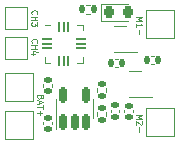
<source format=gbr>
%TF.GenerationSoftware,KiCad,Pcbnew,7.0.1*%
%TF.CreationDate,2023-03-31T16:52:12+01:00*%
%TF.ProjectId,QuectoDrive,51756563-746f-4447-9269-76652e6b6963,rev?*%
%TF.SameCoordinates,Original*%
%TF.FileFunction,Legend,Top*%
%TF.FilePolarity,Positive*%
%FSLAX46Y46*%
G04 Gerber Fmt 4.6, Leading zero omitted, Abs format (unit mm)*
G04 Created by KiCad (PCBNEW 7.0.1) date 2023-03-31 16:52:12*
%MOMM*%
%LPD*%
G01*
G04 APERTURE LIST*
G04 Aperture macros list*
%AMRoundRect*
0 Rectangle with rounded corners*
0 $1 Rounding radius*
0 $2 $3 $4 $5 $6 $7 $8 $9 X,Y pos of 4 corners*
0 Add a 4 corners polygon primitive as box body*
4,1,4,$2,$3,$4,$5,$6,$7,$8,$9,$2,$3,0*
0 Add four circle primitives for the rounded corners*
1,1,$1+$1,$2,$3*
1,1,$1+$1,$4,$5*
1,1,$1+$1,$6,$7*
1,1,$1+$1,$8,$9*
0 Add four rect primitives between the rounded corners*
20,1,$1+$1,$2,$3,$4,$5,0*
20,1,$1+$1,$4,$5,$6,$7,0*
20,1,$1+$1,$6,$7,$8,$9,0*
20,1,$1+$1,$8,$9,$2,$3,0*%
%AMFreePoly0*
4,1,14,0.085355,0.385355,0.100000,0.350000,0.100000,-0.350000,0.085355,-0.385355,0.050000,-0.400000,0.000711,-0.400000,-0.034644,-0.385355,-0.085355,-0.334644,-0.100000,-0.299289,-0.100000,0.350000,-0.085355,0.385355,-0.050000,0.400000,0.050000,0.400000,0.085355,0.385355,0.085355,0.385355,$1*%
%AMFreePoly1*
4,1,14,0.085355,0.385355,0.100000,0.350000,0.100000,-0.299289,0.085355,-0.334644,0.034644,-0.385355,-0.000711,-0.400000,-0.050000,-0.400000,-0.085355,-0.385355,-0.100000,-0.350000,-0.100000,0.350000,-0.085355,0.385355,-0.050000,0.400000,0.050000,0.400000,0.085355,0.385355,0.085355,0.385355,$1*%
%AMFreePoly2*
4,1,14,0.385355,0.085355,0.400000,0.050000,0.400000,-0.050000,0.385355,-0.085355,0.350000,-0.100000,-0.350000,-0.100000,-0.385355,-0.085355,-0.400000,-0.050000,-0.400000,-0.000711,-0.385355,0.034644,-0.334643,0.085355,-0.299289,0.100000,0.350000,0.100000,0.385355,0.085355,0.385355,0.085355,$1*%
%AMFreePoly3*
4,1,14,0.385355,0.085355,0.400000,0.050000,0.400000,-0.050000,0.385355,-0.085355,0.350000,-0.100000,-0.299289,-0.100000,-0.334644,-0.085354,-0.385355,-0.034644,-0.400000,0.000711,-0.400000,0.050000,-0.385355,0.085355,-0.350000,0.100000,0.350000,0.100000,0.385355,0.085355,0.385355,0.085355,$1*%
%AMFreePoly4*
4,1,14,0.034644,0.385355,0.085355,0.334644,0.100000,0.299289,0.100000,-0.350000,0.085355,-0.385355,0.050000,-0.400000,-0.050000,-0.400000,-0.085355,-0.385355,-0.100000,-0.350000,-0.100000,0.350000,-0.085355,0.385355,-0.050000,0.400000,-0.000711,0.400000,0.034644,0.385355,0.034644,0.385355,$1*%
%AMFreePoly5*
4,1,14,0.085355,0.385355,0.100000,0.350000,0.100000,-0.350000,0.085355,-0.385355,0.050000,-0.400000,-0.050000,-0.400000,-0.085355,-0.385355,-0.100000,-0.350000,-0.100000,0.299289,-0.085355,0.334644,-0.034644,0.385355,0.000711,0.400000,0.050000,0.400000,0.085355,0.385355,0.085355,0.385355,$1*%
%AMFreePoly6*
4,1,14,0.385355,0.085355,0.400000,0.050000,0.400000,0.000711,0.385355,-0.034644,0.334644,-0.085355,0.299289,-0.100000,-0.350000,-0.100000,-0.385355,-0.085355,-0.400000,-0.050000,-0.400000,0.050000,-0.385355,0.085355,-0.350000,0.100000,0.350000,0.100000,0.385355,0.085355,0.385355,0.085355,$1*%
%AMFreePoly7*
4,1,14,0.334644,0.085355,0.385355,0.034644,0.400000,-0.000711,0.400000,-0.050000,0.385355,-0.085355,0.350000,-0.100000,-0.350000,-0.100000,-0.385355,-0.085355,-0.400000,-0.050000,-0.400000,0.050000,-0.385355,0.085355,-0.350000,0.100000,0.299289,0.100000,0.334644,0.085355,0.334644,0.085355,$1*%
G04 Aperture macros list end*
%ADD10C,0.100000*%
%ADD11C,0.120000*%
%ADD12R,1.700000X1.700000*%
%ADD13FreePoly0,0.000000*%
%ADD14RoundRect,0.050000X-0.050000X-0.350000X0.050000X-0.350000X0.050000X0.350000X-0.050000X0.350000X0*%
%ADD15FreePoly1,0.000000*%
%ADD16FreePoly2,0.000000*%
%ADD17RoundRect,0.050000X-0.350000X-0.050000X0.350000X-0.050000X0.350000X0.050000X-0.350000X0.050000X0*%
%ADD18FreePoly3,0.000000*%
%ADD19FreePoly4,0.000000*%
%ADD20FreePoly5,0.000000*%
%ADD21FreePoly6,0.000000*%
%ADD22FreePoly7,0.000000*%
%ADD23RoundRect,0.135000X0.185000X-0.135000X0.185000X0.135000X-0.185000X0.135000X-0.185000X-0.135000X0*%
%ADD24R,2.000000X2.000000*%
%ADD25R,1.500000X1.500000*%
%ADD26RoundRect,0.140000X0.170000X-0.140000X0.170000X0.140000X-0.170000X0.140000X-0.170000X-0.140000X0*%
%ADD27RoundRect,0.140000X-0.170000X0.140000X-0.170000X-0.140000X0.170000X-0.140000X0.170000X0.140000X0*%
%ADD28RoundRect,0.135000X-0.135000X-0.185000X0.135000X-0.185000X0.135000X0.185000X-0.135000X0.185000X0*%
%ADD29RoundRect,0.218750X-0.218750X-0.256250X0.218750X-0.256250X0.218750X0.256250X-0.218750X0.256250X0*%
%ADD30RoundRect,0.140000X-0.140000X-0.170000X0.140000X-0.170000X0.140000X0.170000X-0.140000X0.170000X0*%
%ADD31R,0.500000X0.250000*%
%ADD32R,0.900000X1.600000*%
%ADD33RoundRect,0.150000X0.150000X-0.512500X0.150000X0.512500X-0.150000X0.512500X-0.150000X-0.512500X0*%
G04 APERTURE END LIST*
D10*
X92907309Y-81696761D02*
X92883500Y-81672952D01*
X92883500Y-81672952D02*
X92859690Y-81601523D01*
X92859690Y-81601523D02*
X92859690Y-81553904D01*
X92859690Y-81553904D02*
X92883500Y-81482476D01*
X92883500Y-81482476D02*
X92931119Y-81434857D01*
X92931119Y-81434857D02*
X92978738Y-81411047D01*
X92978738Y-81411047D02*
X93073976Y-81387238D01*
X93073976Y-81387238D02*
X93145404Y-81387238D01*
X93145404Y-81387238D02*
X93240642Y-81411047D01*
X93240642Y-81411047D02*
X93288261Y-81434857D01*
X93288261Y-81434857D02*
X93335880Y-81482476D01*
X93335880Y-81482476D02*
X93359690Y-81553904D01*
X93359690Y-81553904D02*
X93359690Y-81601523D01*
X93359690Y-81601523D02*
X93335880Y-81672952D01*
X93335880Y-81672952D02*
X93312071Y-81696761D01*
X92859690Y-81911047D02*
X93359690Y-81911047D01*
X93121595Y-81911047D02*
X93121595Y-82196761D01*
X92859690Y-82196761D02*
X93359690Y-82196761D01*
X93359690Y-82387238D02*
X93359690Y-82696762D01*
X93359690Y-82696762D02*
X93169214Y-82530095D01*
X93169214Y-82530095D02*
X93169214Y-82601524D01*
X93169214Y-82601524D02*
X93145404Y-82649143D01*
X93145404Y-82649143D02*
X93121595Y-82672952D01*
X93121595Y-82672952D02*
X93073976Y-82696762D01*
X93073976Y-82696762D02*
X92954928Y-82696762D01*
X92954928Y-82696762D02*
X92907309Y-82672952D01*
X92907309Y-82672952D02*
X92883500Y-82649143D01*
X92883500Y-82649143D02*
X92859690Y-82601524D01*
X92859690Y-82601524D02*
X92859690Y-82458667D01*
X92859690Y-82458667D02*
X92883500Y-82411048D01*
X92883500Y-82411048D02*
X92907309Y-82387238D01*
X92907309Y-84109761D02*
X92883500Y-84085952D01*
X92883500Y-84085952D02*
X92859690Y-84014523D01*
X92859690Y-84014523D02*
X92859690Y-83966904D01*
X92859690Y-83966904D02*
X92883500Y-83895476D01*
X92883500Y-83895476D02*
X92931119Y-83847857D01*
X92931119Y-83847857D02*
X92978738Y-83824047D01*
X92978738Y-83824047D02*
X93073976Y-83800238D01*
X93073976Y-83800238D02*
X93145404Y-83800238D01*
X93145404Y-83800238D02*
X93240642Y-83824047D01*
X93240642Y-83824047D02*
X93288261Y-83847857D01*
X93288261Y-83847857D02*
X93335880Y-83895476D01*
X93335880Y-83895476D02*
X93359690Y-83966904D01*
X93359690Y-83966904D02*
X93359690Y-84014523D01*
X93359690Y-84014523D02*
X93335880Y-84085952D01*
X93335880Y-84085952D02*
X93312071Y-84109761D01*
X92859690Y-84324047D02*
X93359690Y-84324047D01*
X93121595Y-84324047D02*
X93121595Y-84609761D01*
X92859690Y-84609761D02*
X93359690Y-84609761D01*
X93193023Y-85062143D02*
X92859690Y-85062143D01*
X93383500Y-84943095D02*
X93026357Y-84824048D01*
X93026357Y-84824048D02*
X93026357Y-85133571D01*
X101749690Y-90217714D02*
X102249690Y-90217714D01*
X102249690Y-90217714D02*
X101892547Y-90384381D01*
X101892547Y-90384381D02*
X102249690Y-90551047D01*
X102249690Y-90551047D02*
X101749690Y-90551047D01*
X102202071Y-90765334D02*
X102225880Y-90789143D01*
X102225880Y-90789143D02*
X102249690Y-90836762D01*
X102249690Y-90836762D02*
X102249690Y-90955810D01*
X102249690Y-90955810D02*
X102225880Y-91003429D01*
X102225880Y-91003429D02*
X102202071Y-91027238D01*
X102202071Y-91027238D02*
X102154452Y-91051048D01*
X102154452Y-91051048D02*
X102106833Y-91051048D01*
X102106833Y-91051048D02*
X102035404Y-91027238D01*
X102035404Y-91027238D02*
X101749690Y-90741524D01*
X101749690Y-90741524D02*
X101749690Y-91051048D01*
X101940166Y-91265333D02*
X101940166Y-91646286D01*
X101749690Y-81962714D02*
X102249690Y-81962714D01*
X102249690Y-81962714D02*
X101892547Y-82129381D01*
X101892547Y-82129381D02*
X102249690Y-82296047D01*
X102249690Y-82296047D02*
X101749690Y-82296047D01*
X101749690Y-82796048D02*
X101749690Y-82510334D01*
X101749690Y-82653191D02*
X102249690Y-82653191D01*
X102249690Y-82653191D02*
X102178261Y-82605572D01*
X102178261Y-82605572D02*
X102130642Y-82557953D01*
X102130642Y-82557953D02*
X102106833Y-82510334D01*
X101940166Y-83010333D02*
X101940166Y-83391286D01*
X93629595Y-88729429D02*
X93605785Y-88800857D01*
X93605785Y-88800857D02*
X93581976Y-88824667D01*
X93581976Y-88824667D02*
X93534357Y-88848476D01*
X93534357Y-88848476D02*
X93462928Y-88848476D01*
X93462928Y-88848476D02*
X93415309Y-88824667D01*
X93415309Y-88824667D02*
X93391500Y-88800857D01*
X93391500Y-88800857D02*
X93367690Y-88753238D01*
X93367690Y-88753238D02*
X93367690Y-88562762D01*
X93367690Y-88562762D02*
X93867690Y-88562762D01*
X93867690Y-88562762D02*
X93867690Y-88729429D01*
X93867690Y-88729429D02*
X93843880Y-88777048D01*
X93843880Y-88777048D02*
X93820071Y-88800857D01*
X93820071Y-88800857D02*
X93772452Y-88824667D01*
X93772452Y-88824667D02*
X93724833Y-88824667D01*
X93724833Y-88824667D02*
X93677214Y-88800857D01*
X93677214Y-88800857D02*
X93653404Y-88777048D01*
X93653404Y-88777048D02*
X93629595Y-88729429D01*
X93629595Y-88729429D02*
X93629595Y-88562762D01*
X93510547Y-89038953D02*
X93510547Y-89277048D01*
X93367690Y-88991334D02*
X93867690Y-89158000D01*
X93867690Y-89158000D02*
X93367690Y-89324667D01*
X93867690Y-89419905D02*
X93867690Y-89705619D01*
X93367690Y-89562762D02*
X93867690Y-89562762D01*
X93558166Y-89872285D02*
X93558166Y-90253238D01*
X93367690Y-90062761D02*
X93748642Y-90062761D01*
D11*
%TO.C,U2*%
X94427000Y-85811000D02*
X93977000Y-85811000D01*
X96747000Y-85811000D02*
X97197000Y-85811000D01*
X97197000Y-85811000D02*
X97197000Y-85361000D01*
X94427000Y-82591000D02*
X93977000Y-82591000D01*
X93977000Y-85811000D02*
X93977000Y-85361000D01*
X97197000Y-82591000D02*
X97197000Y-83041000D01*
X96747000Y-82591000D02*
X97197000Y-82591000D01*
%TO.C,R3*%
X98426000Y-88291641D02*
X98426000Y-87984359D01*
X99186000Y-88291641D02*
X99186000Y-87984359D01*
%TO.C,TP1*%
X90621000Y-86684000D02*
X93021000Y-86684000D01*
X93021000Y-89084000D02*
X90621000Y-89084000D01*
X90621000Y-89084000D02*
X90621000Y-86684000D01*
X93021000Y-86684000D02*
X93021000Y-89084000D01*
%TO.C,TP10*%
X92517000Y-82992000D02*
X90617000Y-82992000D01*
X92517000Y-81092000D02*
X92517000Y-82992000D01*
X90617000Y-82992000D02*
X90617000Y-81092000D01*
X90617000Y-81092000D02*
X92517000Y-81092000D01*
%TO.C,C1*%
X94594000Y-87864836D02*
X94594000Y-87649164D01*
X93874000Y-87864836D02*
X93874000Y-87649164D01*
%TO.C,C9*%
X100732000Y-89808164D02*
X100732000Y-90023836D01*
X101452000Y-89808164D02*
X101452000Y-90023836D01*
%TO.C,R1*%
X97509359Y-80900000D02*
X97816641Y-80900000D01*
X97509359Y-81660000D02*
X97816641Y-81660000D01*
%TO.C,TP12*%
X102559000Y-89605000D02*
X104959000Y-89605000D01*
X104959000Y-89605000D02*
X104959000Y-92005000D01*
X104959000Y-92005000D02*
X102559000Y-92005000D01*
X102559000Y-92005000D02*
X102559000Y-89605000D01*
%TO.C,C2*%
X94594000Y-91039836D02*
X94594000Y-90824164D01*
X93874000Y-91039836D02*
X93874000Y-90824164D01*
%TO.C,R2*%
X98426000Y-90323641D02*
X98426000Y-90016359D01*
X99186000Y-90323641D02*
X99186000Y-90016359D01*
%TO.C,D1*%
X98718000Y-82269000D02*
X101003000Y-82269000D01*
X101003000Y-80799000D02*
X98718000Y-80799000D01*
X98718000Y-80799000D02*
X98718000Y-82269000D01*
%TO.C,TP2*%
X93021000Y-92259000D02*
X90621000Y-92259000D01*
X93021000Y-89859000D02*
X93021000Y-92259000D01*
X90621000Y-89859000D02*
X93021000Y-89859000D01*
X90621000Y-92259000D02*
X90621000Y-89859000D01*
%TO.C,C8*%
X103016164Y-85958000D02*
X103231836Y-85958000D01*
X103016164Y-85238000D02*
X103231836Y-85238000D01*
%TO.C,U3*%
X101830000Y-84940000D02*
X99830000Y-84940000D01*
X99830000Y-82700000D02*
X100830000Y-82700000D01*
%TO.C,TP16*%
X102559000Y-81350000D02*
X104959000Y-81350000D01*
X102559000Y-83750000D02*
X102559000Y-81350000D01*
X104959000Y-81350000D02*
X104959000Y-83750000D01*
X104959000Y-83750000D02*
X102559000Y-83750000D01*
%TO.C,C6*%
X100309000Y-89780164D02*
X100309000Y-89995836D01*
X99589000Y-89780164D02*
X99589000Y-89995836D01*
%TO.C,C5*%
X99968164Y-86212000D02*
X100183836Y-86212000D01*
X99968164Y-85492000D02*
X100183836Y-85492000D01*
%TO.C,U4*%
X103100000Y-88750000D02*
X101100000Y-88750000D01*
X101100000Y-86510000D02*
X102100000Y-86510000D01*
%TO.C,U1*%
X94960000Y-89662000D02*
X94960000Y-88862000D01*
X98080000Y-89662000D02*
X98080000Y-88862000D01*
X94960000Y-89662000D02*
X94960000Y-91462000D01*
X98080000Y-89662000D02*
X98080000Y-90462000D01*
%TO.C,TP6*%
X92517000Y-83632000D02*
X92517000Y-85532000D01*
X92517000Y-85532000D02*
X90617000Y-85532000D01*
X90617000Y-83632000D02*
X92517000Y-83632000D01*
X90617000Y-85532000D02*
X90617000Y-83632000D01*
%TD*%
%LPC*%
D12*
%TO.C,U2*%
X95587000Y-84201000D03*
D13*
X94787000Y-82751000D03*
D14*
X95187000Y-82751000D03*
X95587000Y-82751000D03*
X95987000Y-82751000D03*
D15*
X96387000Y-82751000D03*
D16*
X97037000Y-83401000D03*
D17*
X97037000Y-83801000D03*
X97037000Y-84201000D03*
X97037000Y-84601000D03*
D18*
X97037000Y-85001000D03*
D19*
X96387000Y-85651000D03*
D14*
X95987000Y-85651000D03*
X95587000Y-85651000D03*
X95187000Y-85651000D03*
D20*
X94787000Y-85651000D03*
D21*
X94137000Y-85001000D03*
D17*
X94137000Y-84601000D03*
X94137000Y-84201000D03*
X94137000Y-83801000D03*
D22*
X94137000Y-83401000D03*
%TD*%
D23*
%TO.C,R3*%
X98806000Y-87628000D03*
X98806000Y-88648000D03*
%TD*%
D24*
%TO.C,TP1*%
X91821000Y-87884000D03*
%TD*%
D25*
%TO.C,TP10*%
X91567000Y-82042000D03*
%TD*%
D26*
%TO.C,C1*%
X94234000Y-88237000D03*
X94234000Y-87277000D03*
%TD*%
D27*
%TO.C,C9*%
X101092000Y-90396000D03*
X101092000Y-89436000D03*
%TD*%
D28*
%TO.C,R1*%
X97153000Y-81280000D03*
X98173000Y-81280000D03*
%TD*%
D24*
%TO.C,TP12*%
X103759000Y-90805000D03*
%TD*%
D26*
%TO.C,C2*%
X94234000Y-90452000D03*
X94234000Y-91412000D03*
%TD*%
D23*
%TO.C,R2*%
X98806000Y-89660000D03*
X98806000Y-90680000D03*
%TD*%
D29*
%TO.C,D1*%
X100990500Y-81534000D03*
X99415500Y-81534000D03*
%TD*%
D24*
%TO.C,TP2*%
X91821000Y-91059000D03*
%TD*%
D30*
%TO.C,C8*%
X103604000Y-85598000D03*
X102644000Y-85598000D03*
%TD*%
D31*
%TO.C,U3*%
X101280000Y-84570000D03*
X101280000Y-84070000D03*
X101280000Y-83570000D03*
X101280000Y-83070000D03*
X99380000Y-83070000D03*
X99380000Y-83570000D03*
X99380000Y-84070000D03*
X99380000Y-84570000D03*
D32*
X100330000Y-83820000D03*
%TD*%
D24*
%TO.C,TP16*%
X103759000Y-82550000D03*
%TD*%
D27*
%TO.C,C6*%
X99949000Y-90368000D03*
X99949000Y-89408000D03*
%TD*%
D30*
%TO.C,C5*%
X100556000Y-85852000D03*
X99596000Y-85852000D03*
%TD*%
D31*
%TO.C,U4*%
X102550000Y-88380000D03*
X102550000Y-87880000D03*
X102550000Y-87380000D03*
X102550000Y-86880000D03*
X100650000Y-86880000D03*
X100650000Y-87380000D03*
X100650000Y-87880000D03*
X100650000Y-88380000D03*
D32*
X101600000Y-87630000D03*
%TD*%
D33*
%TO.C,U1*%
X95570000Y-88524500D03*
X97470000Y-88524500D03*
X97470000Y-90799500D03*
X96520000Y-90799500D03*
X95570000Y-90799500D03*
%TD*%
D25*
%TO.C,TP6*%
X91567000Y-84582000D03*
%TD*%
M02*

</source>
